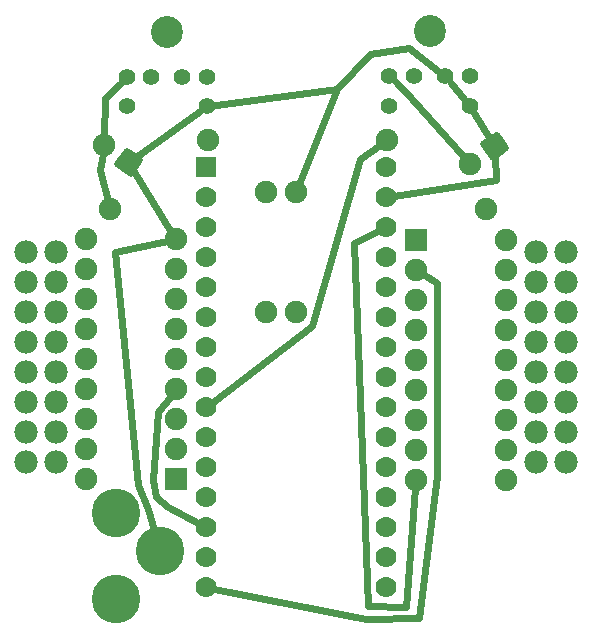
<source format=gbl>
G04 MADE WITH FRITZING*
G04 WWW.FRITZING.ORG*
G04 DOUBLE SIDED*
G04 HOLES PLATED*
G04 CONTOUR ON CENTER OF CONTOUR VECTOR*
%ASAXBY*%
%FSLAX23Y23*%
%MOIN*%
%OFA0B0*%
%SFA1.0B1.0*%
%ADD10C,0.070000*%
%ADD11C,0.162000*%
%ADD12C,0.075000*%
%ADD13C,0.078000*%
%ADD14C,0.055433*%
%ADD15C,0.106614*%
%ADD16R,0.069972X0.070000*%
%ADD17R,0.075000X0.075000*%
%ADD18C,0.024000*%
%ADD19C,0.020000*%
%LNCOPPER0*%
G90*
G70*
G54D10*
X666Y1541D03*
X666Y1441D03*
X666Y1341D03*
X666Y1241D03*
X666Y1141D03*
X666Y1041D03*
X666Y941D03*
X666Y841D03*
X666Y741D03*
X666Y641D03*
X666Y541D03*
X666Y441D03*
X666Y341D03*
X666Y241D03*
X666Y141D03*
X1266Y1541D03*
X1266Y1441D03*
X1266Y1341D03*
X1266Y1241D03*
X1266Y1141D03*
X1266Y1041D03*
X1266Y941D03*
X1266Y841D03*
X1266Y741D03*
X1266Y641D03*
X1266Y541D03*
X1266Y441D03*
X1266Y341D03*
X1266Y241D03*
X1266Y141D03*
G54D11*
X366Y387D03*
X367Y99D03*
X515Y262D03*
G54D12*
X566Y499D03*
X266Y499D03*
X566Y599D03*
X266Y599D03*
X566Y699D03*
X266Y699D03*
X566Y799D03*
X266Y799D03*
X566Y899D03*
X266Y899D03*
X566Y999D03*
X266Y999D03*
X566Y1099D03*
X266Y1099D03*
X566Y1199D03*
X266Y1199D03*
X566Y1299D03*
X266Y1299D03*
X1366Y1298D03*
X1666Y1298D03*
X1366Y1198D03*
X1666Y1198D03*
X1366Y1098D03*
X1666Y1098D03*
X1366Y998D03*
X1666Y998D03*
X1366Y898D03*
X1666Y898D03*
X1366Y798D03*
X1666Y798D03*
X1366Y698D03*
X1666Y698D03*
X1366Y598D03*
X1666Y598D03*
X1366Y498D03*
X1666Y498D03*
G54D13*
X1866Y658D03*
X1766Y658D03*
X66Y1158D03*
X166Y1158D03*
X66Y1058D03*
X166Y1058D03*
X1866Y758D03*
X1766Y758D03*
X66Y958D03*
X166Y958D03*
X1866Y858D03*
X1766Y858D03*
X66Y858D03*
X166Y858D03*
X1866Y958D03*
X1766Y958D03*
X66Y758D03*
X166Y758D03*
X1866Y1058D03*
X1766Y1058D03*
X66Y658D03*
X166Y658D03*
X1866Y1158D03*
X1766Y1158D03*
X66Y558D03*
X166Y558D03*
X1866Y1258D03*
X1766Y1258D03*
X66Y1258D03*
X166Y1258D03*
X1866Y558D03*
X1766Y558D03*
G54D14*
X1278Y1843D03*
X1361Y1843D03*
X1463Y1843D03*
X1546Y1843D03*
X1278Y1745D03*
X1546Y1745D03*
G54D15*
X1412Y1993D03*
G54D14*
X402Y1842D03*
X485Y1842D03*
X588Y1842D03*
X670Y1842D03*
X402Y1744D03*
X670Y1744D03*
G54D15*
X536Y1992D03*
G54D12*
X1629Y1610D03*
X1547Y1552D03*
X410Y1556D03*
X328Y1614D03*
X675Y1630D03*
X347Y1401D03*
X1271Y1630D03*
X1599Y1400D03*
X966Y1058D03*
X966Y1458D03*
X866Y1058D03*
X866Y1458D03*
G54D16*
X666Y1541D03*
G54D17*
X566Y499D03*
X1366Y1298D03*
G54D18*
X1333Y75D02*
X1208Y77D01*
D02*
X1208Y77D02*
X1160Y1287D01*
D02*
X1364Y469D02*
X1333Y75D01*
D02*
X1160Y1287D02*
X1240Y1327D01*
D02*
X1438Y1153D02*
X1438Y511D01*
D02*
X1438Y511D02*
X1377Y36D01*
D02*
X1377Y36D02*
X1200Y35D01*
D02*
X1200Y35D02*
X695Y135D01*
D02*
X1390Y1183D02*
X1438Y1153D01*
D02*
X1295Y1445D02*
X1635Y1498D01*
D02*
X1635Y1498D02*
X1631Y1581D01*
D02*
X433Y1573D02*
X647Y1727D01*
D02*
X314Y1529D02*
X340Y1428D01*
D02*
X323Y1585D02*
X314Y1529D01*
D02*
X329Y1771D02*
X382Y1822D01*
D02*
X328Y1642D02*
X329Y1771D01*
D02*
X1299Y1823D02*
X1355Y1766D01*
D02*
X1355Y1766D02*
X1528Y1574D01*
D02*
X1104Y1800D02*
X699Y1747D01*
D02*
X977Y1485D02*
X1104Y1800D01*
D02*
X1021Y1012D02*
X689Y758D01*
D02*
X1179Y1567D02*
X1021Y1012D01*
D02*
X1248Y1613D02*
X1179Y1567D01*
D02*
X1343Y1937D02*
X1441Y1861D01*
D02*
X1213Y1917D02*
X1343Y1937D01*
D02*
X1104Y1800D02*
X1213Y1917D01*
D02*
X424Y1532D02*
X551Y1324D01*
D02*
X1561Y1720D02*
X1614Y1634D01*
D02*
X1482Y1821D02*
X1528Y1767D01*
D02*
X365Y1257D02*
X440Y482D01*
D02*
X473Y399D02*
X494Y329D01*
D02*
X440Y482D02*
X473Y399D01*
D02*
X538Y1293D02*
X365Y1257D01*
D02*
X507Y723D02*
X491Y496D01*
D02*
X501Y441D02*
X540Y407D01*
D02*
X491Y496D02*
X501Y441D01*
D02*
X549Y776D02*
X507Y723D01*
D02*
X540Y407D02*
X640Y354D01*
G54D19*
X1623Y1571D02*
X1591Y1616D01*
X1636Y1648D01*
X1668Y1603D01*
X1623Y1571D01*
D02*
X371Y1550D02*
X403Y1595D01*
X448Y1563D01*
X416Y1518D01*
X371Y1550D01*
D02*
G04 End of Copper0*
M02*
</source>
